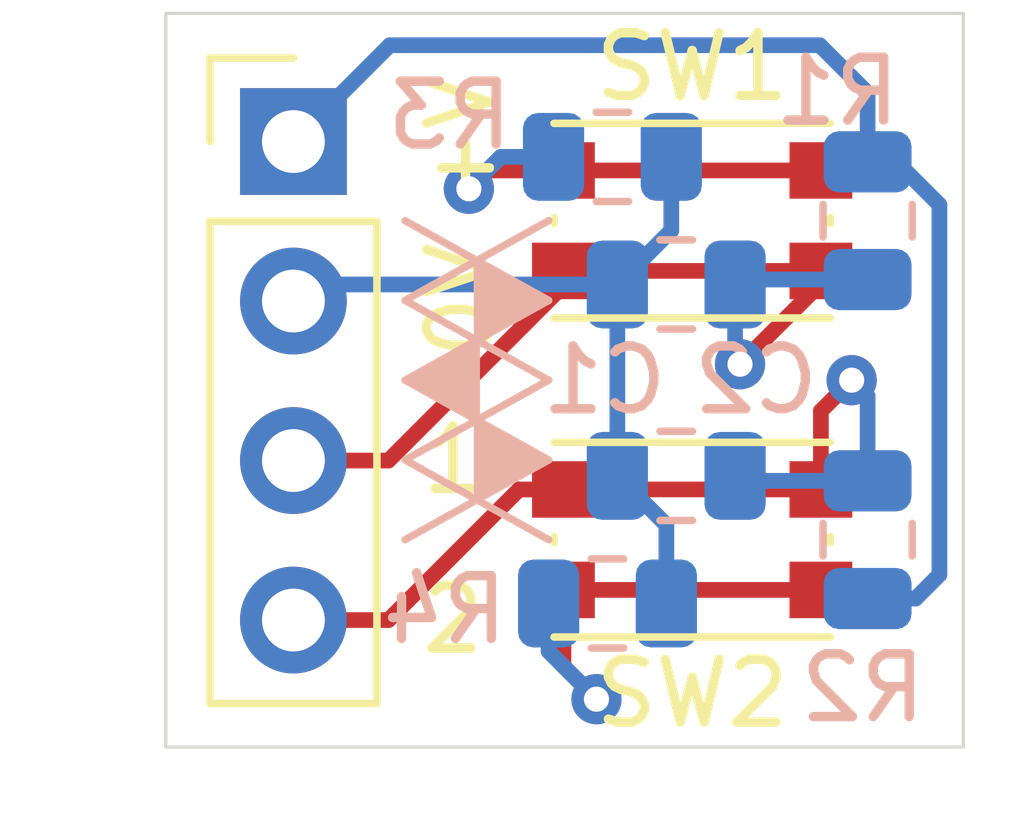
<source format=kicad_pcb>
(kicad_pcb (version 20171130) (host pcbnew "(5.1.2)-1")

  (general
    (thickness 1.6)
    (drawings 8)
    (tracks 52)
    (zones 0)
    (modules 10)
    (nets 7)
  )

  (page A4)
  (layers
    (0 F.Cu signal)
    (31 B.Cu signal)
    (32 B.Adhes user)
    (33 F.Adhes user)
    (34 B.Paste user)
    (35 F.Paste user)
    (36 B.SilkS user)
    (37 F.SilkS user)
    (38 B.Mask user)
    (39 F.Mask user)
    (40 Dwgs.User user)
    (41 Cmts.User user)
    (42 Eco1.User user)
    (43 Eco2.User user)
    (44 Edge.Cuts user)
    (45 Margin user)
    (46 B.CrtYd user)
    (47 F.CrtYd user)
    (48 B.Fab user)
    (49 F.Fab user)
  )

  (setup
    (last_trace_width 0.25)
    (trace_clearance 0.2)
    (zone_clearance 0.508)
    (zone_45_only no)
    (trace_min 0.2)
    (via_size 0.8)
    (via_drill 0.4)
    (via_min_size 0.4)
    (via_min_drill 0.3)
    (uvia_size 0.3)
    (uvia_drill 0.1)
    (uvias_allowed no)
    (uvia_min_size 0.2)
    (uvia_min_drill 0.1)
    (edge_width 0.05)
    (segment_width 0.2)
    (pcb_text_width 0.3)
    (pcb_text_size 1.5 1.5)
    (mod_edge_width 0.12)
    (mod_text_size 1 1)
    (mod_text_width 0.15)
    (pad_size 1.524 1.524)
    (pad_drill 0.762)
    (pad_to_mask_clearance 0.051)
    (solder_mask_min_width 0.25)
    (aux_axis_origin 0 0)
    (visible_elements 7FFFFFFF)
    (pcbplotparams
      (layerselection 0x010fc_ffffffff)
      (usegerberextensions false)
      (usegerberattributes false)
      (usegerberadvancedattributes false)
      (creategerberjobfile false)
      (excludeedgelayer true)
      (linewidth 0.100000)
      (plotframeref false)
      (viasonmask false)
      (mode 1)
      (useauxorigin false)
      (hpglpennumber 1)
      (hpglpenspeed 20)
      (hpglpendiameter 15.000000)
      (psnegative false)
      (psa4output false)
      (plotreference true)
      (plotvalue true)
      (plotinvisibletext false)
      (padsonsilk false)
      (subtractmaskfromsilk false)
      (outputformat 1)
      (mirror false)
      (drillshape 0)
      (scaleselection 1)
      (outputdirectory "gbr/"))
  )

  (net 0 "")
  (net 1 GND)
  (net 2 OUT1)
  (net 3 OUT2)
  (net 4 +V)
  (net 5 "Net-(R3-Pad1)")
  (net 6 "Net-(R4-Pad1)")

  (net_class Default "This is the default net class."
    (clearance 0.2)
    (trace_width 0.25)
    (via_dia 0.8)
    (via_drill 0.4)
    (uvia_dia 0.3)
    (uvia_drill 0.1)
    (add_net +V)
    (add_net GND)
    (add_net "Net-(R3-Pad1)")
    (add_net "Net-(R4-Pad1)")
    (add_net OUT1)
    (add_net OUT2)
  )

  (module Symbol:Logo_WM (layer B.Cu) (tedit 5EA02B73) (tstamp 5EA56ECA)
    (at 127.381 87.122 270)
    (fp_text reference REF** (at 0 2.286 270) (layer B.SilkS) hide
      (effects (font (size 1 1) (thickness 0.15)) (justify mirror))
    )
    (fp_text value Logo_WM (at 0 -2.032 270) (layer B.Fab)
      (effects (font (size 1 1) (thickness 0.15)) (justify mirror))
    )
    (fp_poly (pts (xy 0.635 0) (xy 1.905 0) (xy 1.27 -1.143)) (layer B.SilkS) (width 0.1))
    (fp_poly (pts (xy -0.635 0) (xy 0.635 0) (xy 0 1.143)) (layer B.SilkS) (width 0.1))
    (fp_poly (pts (xy -1.905 0) (xy -0.635 0) (xy -1.27 -1.143)) (layer B.SilkS) (width 0.1))
    (fp_line (start 1.905 0) (end 2.54 -1.143) (layer B.SilkS) (width 0.12))
    (fp_line (start 2.54 1.143) (end 1.905 0) (layer B.SilkS) (width 0.12))
    (fp_line (start -2.54 -1.143) (end -1.905 0) (layer B.SilkS) (width 0.12))
    (fp_line (start -1.905 0) (end -2.54 1.143) (layer B.SilkS) (width 0.12))
    (fp_line (start -0.635 0) (end -1.27 1.143) (layer B.SilkS) (width 0.12))
    (fp_line (start -1.905 0) (end -1.27 -1.143) (layer B.SilkS) (width 0.12))
    (fp_line (start -1.27 1.143) (end -1.905 0) (layer B.SilkS) (width 0.12))
    (fp_line (start -1.27 -1.143) (end -0.635 0) (layer B.SilkS) (width 0.12))
    (fp_line (start 1.27 1.143) (end 0.635 0) (layer B.SilkS) (width 0.12))
    (fp_line (start 0.635 0) (end 1.27 -1.143) (layer B.SilkS) (width 0.12))
    (fp_line (start 1.27 -1.143) (end 1.905 0) (layer B.SilkS) (width 0.12))
    (fp_line (start 1.905 0) (end 1.27 1.143) (layer B.SilkS) (width 0.12))
    (fp_line (start 0.635 0) (end 0 1.143) (layer B.SilkS) (width 0.12))
    (fp_line (start 0 -1.143) (end 0.635 0) (layer B.SilkS) (width 0.12))
    (fp_line (start -0.635 0) (end 0 -1.143) (layer B.SilkS) (width 0.12))
    (fp_line (start 0 1.143) (end -0.635 0) (layer B.SilkS) (width 0.12))
  )

  (module Button_Switch_SMD:SW_Push_1P1T_NO_CK_KMR2 (layer F.Cu) (tedit 5A02FC95) (tstamp 5EA543CD)
    (at 130.81 89.662 180)
    (descr "CK components KMR2 tactile switch http://www.ckswitches.com/media/1479/kmr2.pdf")
    (tags "tactile switch kmr2")
    (path /5EA647CB)
    (attr smd)
    (fp_text reference SW2 (at 0 -2.45) (layer F.SilkS)
      (effects (font (size 1 1) (thickness 0.15)))
    )
    (fp_text value SW_Push (at 0 2.55) (layer F.Fab)
      (effects (font (size 1 1) (thickness 0.15)))
    )
    (fp_line (start -2.2 0.05) (end -2.2 -0.05) (layer F.SilkS) (width 0.12))
    (fp_line (start 2.2 -1.55) (end -2.2 -1.55) (layer F.SilkS) (width 0.12))
    (fp_line (start -2.2 1.55) (end 2.2 1.55) (layer F.SilkS) (width 0.12))
    (fp_circle (center 0 0) (end 0 0.8) (layer F.Fab) (width 0.1))
    (fp_line (start -2.8 1.8) (end -2.8 -1.8) (layer F.CrtYd) (width 0.05))
    (fp_line (start 2.8 1.8) (end -2.8 1.8) (layer F.CrtYd) (width 0.05))
    (fp_line (start 2.8 -1.8) (end 2.8 1.8) (layer F.CrtYd) (width 0.05))
    (fp_line (start -2.8 -1.8) (end 2.8 -1.8) (layer F.CrtYd) (width 0.05))
    (fp_line (start 2.2 0.05) (end 2.2 -0.05) (layer F.SilkS) (width 0.12))
    (fp_line (start -2.1 1.4) (end -2.1 -1.4) (layer F.Fab) (width 0.1))
    (fp_line (start 2.1 1.4) (end -2.1 1.4) (layer F.Fab) (width 0.1))
    (fp_line (start 2.1 -1.4) (end 2.1 1.4) (layer F.Fab) (width 0.1))
    (fp_line (start -2.1 -1.4) (end 2.1 -1.4) (layer F.Fab) (width 0.1))
    (fp_text user %R (at 0 -2.45) (layer F.Fab)
      (effects (font (size 1 1) (thickness 0.15)))
    )
    (pad 2 smd rect (at 2.05 0.8 270) (size 0.9 1) (layers F.Cu F.Paste F.Mask)
      (net 3 OUT2))
    (pad 1 smd rect (at 2.05 -0.8 270) (size 0.9 1) (layers F.Cu F.Paste F.Mask)
      (net 6 "Net-(R4-Pad1)"))
    (pad 2 smd rect (at -2.05 0.8 270) (size 0.9 1) (layers F.Cu F.Paste F.Mask)
      (net 3 OUT2))
    (pad 1 smd rect (at -2.05 -0.8 270) (size 0.9 1) (layers F.Cu F.Paste F.Mask)
      (net 6 "Net-(R4-Pad1)"))
    (model ${KISYS3DMOD}/Button_Switch_SMD.3dshapes/SW_Push_1P1T_NO_CK_KMR2.wrl
      (at (xyz 0 0 0))
      (scale (xyz 1 1 1))
      (rotate (xyz 0 0 0))
    )
  )

  (module Button_Switch_SMD:SW_Push_1P1T_NO_CK_KMR2 (layer F.Cu) (tedit 5A02FC95) (tstamp 5EA543B7)
    (at 130.81 84.582)
    (descr "CK components KMR2 tactile switch http://www.ckswitches.com/media/1479/kmr2.pdf")
    (tags "tactile switch kmr2")
    (path /5EA5C755)
    (attr smd)
    (fp_text reference SW1 (at 0 -2.45) (layer F.SilkS)
      (effects (font (size 1 1) (thickness 0.15)))
    )
    (fp_text value SW_Push (at 0 2.55) (layer F.Fab)
      (effects (font (size 1 1) (thickness 0.15)))
    )
    (fp_line (start -2.2 0.05) (end -2.2 -0.05) (layer F.SilkS) (width 0.12))
    (fp_line (start 2.2 -1.55) (end -2.2 -1.55) (layer F.SilkS) (width 0.12))
    (fp_line (start -2.2 1.55) (end 2.2 1.55) (layer F.SilkS) (width 0.12))
    (fp_circle (center 0 0) (end 0 0.8) (layer F.Fab) (width 0.1))
    (fp_line (start -2.8 1.8) (end -2.8 -1.8) (layer F.CrtYd) (width 0.05))
    (fp_line (start 2.8 1.8) (end -2.8 1.8) (layer F.CrtYd) (width 0.05))
    (fp_line (start 2.8 -1.8) (end 2.8 1.8) (layer F.CrtYd) (width 0.05))
    (fp_line (start -2.8 -1.8) (end 2.8 -1.8) (layer F.CrtYd) (width 0.05))
    (fp_line (start 2.2 0.05) (end 2.2 -0.05) (layer F.SilkS) (width 0.12))
    (fp_line (start -2.1 1.4) (end -2.1 -1.4) (layer F.Fab) (width 0.1))
    (fp_line (start 2.1 1.4) (end -2.1 1.4) (layer F.Fab) (width 0.1))
    (fp_line (start 2.1 -1.4) (end 2.1 1.4) (layer F.Fab) (width 0.1))
    (fp_line (start -2.1 -1.4) (end 2.1 -1.4) (layer F.Fab) (width 0.1))
    (fp_text user %R (at 0 -2.45) (layer F.Fab)
      (effects (font (size 1 1) (thickness 0.15)))
    )
    (pad 2 smd rect (at 2.05 0.8 90) (size 0.9 1) (layers F.Cu F.Paste F.Mask)
      (net 2 OUT1))
    (pad 1 smd rect (at 2.05 -0.8 90) (size 0.9 1) (layers F.Cu F.Paste F.Mask)
      (net 5 "Net-(R3-Pad1)"))
    (pad 2 smd rect (at -2.05 0.8 90) (size 0.9 1) (layers F.Cu F.Paste F.Mask)
      (net 2 OUT1))
    (pad 1 smd rect (at -2.05 -0.8 90) (size 0.9 1) (layers F.Cu F.Paste F.Mask)
      (net 5 "Net-(R3-Pad1)"))
    (model ${KISYS3DMOD}/Button_Switch_SMD.3dshapes/SW_Push_1P1T_NO_CK_KMR2.wrl
      (at (xyz 0 0 0))
      (scale (xyz 1 1 1))
      (rotate (xyz 0 0 0))
    )
  )

  (module Resistor_SMD:R_0805_2012Metric (layer B.Cu) (tedit 5B36C52B) (tstamp 5EA543A1)
    (at 129.4615 90.678)
    (descr "Resistor SMD 0805 (2012 Metric), square (rectangular) end terminal, IPC_7351 nominal, (Body size source: https://docs.google.com/spreadsheets/d/1BsfQQcO9C6DZCsRaXUlFlo91Tg2WpOkGARC1WS5S8t0/edit?usp=sharing), generated with kicad-footprint-generator")
    (tags resistor)
    (path /5EA647DD)
    (attr smd)
    (fp_text reference R4 (at -2.5885 0.1016) (layer B.SilkS)
      (effects (font (size 1 1) (thickness 0.15)) (justify mirror))
    )
    (fp_text value 1kR (at 0 -1.65) (layer B.Fab)
      (effects (font (size 1 1) (thickness 0.15)) (justify mirror))
    )
    (fp_text user %R (at 0 0) (layer B.Fab)
      (effects (font (size 0.5 0.5) (thickness 0.08)) (justify mirror))
    )
    (fp_line (start 1.68 -0.95) (end -1.68 -0.95) (layer B.CrtYd) (width 0.05))
    (fp_line (start 1.68 0.95) (end 1.68 -0.95) (layer B.CrtYd) (width 0.05))
    (fp_line (start -1.68 0.95) (end 1.68 0.95) (layer B.CrtYd) (width 0.05))
    (fp_line (start -1.68 -0.95) (end -1.68 0.95) (layer B.CrtYd) (width 0.05))
    (fp_line (start -0.258578 -0.71) (end 0.258578 -0.71) (layer B.SilkS) (width 0.12))
    (fp_line (start -0.258578 0.71) (end 0.258578 0.71) (layer B.SilkS) (width 0.12))
    (fp_line (start 1 -0.6) (end -1 -0.6) (layer B.Fab) (width 0.1))
    (fp_line (start 1 0.6) (end 1 -0.6) (layer B.Fab) (width 0.1))
    (fp_line (start -1 0.6) (end 1 0.6) (layer B.Fab) (width 0.1))
    (fp_line (start -1 -0.6) (end -1 0.6) (layer B.Fab) (width 0.1))
    (pad 2 smd roundrect (at 0.9375 0) (size 0.975 1.4) (layers B.Cu B.Paste B.Mask) (roundrect_rratio 0.25)
      (net 1 GND))
    (pad 1 smd roundrect (at -0.9375 0) (size 0.975 1.4) (layers B.Cu B.Paste B.Mask) (roundrect_rratio 0.25)
      (net 6 "Net-(R4-Pad1)"))
    (model ${KISYS3DMOD}/Resistor_SMD.3dshapes/R_0805_2012Metric.wrl
      (at (xyz 0 0 0))
      (scale (xyz 1 1 1))
      (rotate (xyz 0 0 0))
    )
  )

  (module Resistor_SMD:R_0805_2012Metric (layer B.Cu) (tedit 5B36C52B) (tstamp 5EA54390)
    (at 129.54 83.566)
    (descr "Resistor SMD 0805 (2012 Metric), square (rectangular) end terminal, IPC_7351 nominal, (Body size source: https://docs.google.com/spreadsheets/d/1BsfQQcO9C6DZCsRaXUlFlo91Tg2WpOkGARC1WS5S8t0/edit?usp=sharing), generated with kicad-footprint-generator")
    (tags resistor)
    (path /5EA5DEB6)
    (attr smd)
    (fp_text reference R3 (at -2.5908 -0.6604) (layer B.SilkS)
      (effects (font (size 1 1) (thickness 0.15)) (justify mirror))
    )
    (fp_text value 1kR (at 0 -1.65) (layer B.Fab)
      (effects (font (size 1 1) (thickness 0.15)) (justify mirror))
    )
    (fp_text user %R (at 0 0) (layer B.Fab)
      (effects (font (size 0.5 0.5) (thickness 0.08)) (justify mirror))
    )
    (fp_line (start 1.68 -0.95) (end -1.68 -0.95) (layer B.CrtYd) (width 0.05))
    (fp_line (start 1.68 0.95) (end 1.68 -0.95) (layer B.CrtYd) (width 0.05))
    (fp_line (start -1.68 0.95) (end 1.68 0.95) (layer B.CrtYd) (width 0.05))
    (fp_line (start -1.68 -0.95) (end -1.68 0.95) (layer B.CrtYd) (width 0.05))
    (fp_line (start -0.258578 -0.71) (end 0.258578 -0.71) (layer B.SilkS) (width 0.12))
    (fp_line (start -0.258578 0.71) (end 0.258578 0.71) (layer B.SilkS) (width 0.12))
    (fp_line (start 1 -0.6) (end -1 -0.6) (layer B.Fab) (width 0.1))
    (fp_line (start 1 0.6) (end 1 -0.6) (layer B.Fab) (width 0.1))
    (fp_line (start -1 0.6) (end 1 0.6) (layer B.Fab) (width 0.1))
    (fp_line (start -1 -0.6) (end -1 0.6) (layer B.Fab) (width 0.1))
    (pad 2 smd roundrect (at 0.9375 0) (size 0.975 1.4) (layers B.Cu B.Paste B.Mask) (roundrect_rratio 0.25)
      (net 1 GND))
    (pad 1 smd roundrect (at -0.9375 0) (size 0.975 1.4) (layers B.Cu B.Paste B.Mask) (roundrect_rratio 0.25)
      (net 5 "Net-(R3-Pad1)"))
    (model ${KISYS3DMOD}/Resistor_SMD.3dshapes/R_0805_2012Metric.wrl
      (at (xyz 0 0 0))
      (scale (xyz 1 1 1))
      (rotate (xyz 0 0 0))
    )
  )

  (module Resistor_SMD:R_0805_2012Metric (layer B.Cu) (tedit 5B36C52B) (tstamp 5EA5437F)
    (at 133.604 89.662 90)
    (descr "Resistor SMD 0805 (2012 Metric), square (rectangular) end terminal, IPC_7351 nominal, (Body size source: https://docs.google.com/spreadsheets/d/1BsfQQcO9C6DZCsRaXUlFlo91Tg2WpOkGARC1WS5S8t0/edit?usp=sharing), generated with kicad-footprint-generator")
    (tags resistor)
    (path /5EA647D1)
    (attr smd)
    (fp_text reference R2 (at -2.3622 -0.0762 180) (layer B.SilkS)
      (effects (font (size 1 1) (thickness 0.15)) (justify mirror))
    )
    (fp_text value 10kR (at 0 -1.65 90) (layer B.Fab)
      (effects (font (size 1 1) (thickness 0.15)) (justify mirror))
    )
    (fp_text user %R (at 0 0 90) (layer B.Fab)
      (effects (font (size 0.5 0.5) (thickness 0.08)) (justify mirror))
    )
    (fp_line (start 1.68 -0.95) (end -1.68 -0.95) (layer B.CrtYd) (width 0.05))
    (fp_line (start 1.68 0.95) (end 1.68 -0.95) (layer B.CrtYd) (width 0.05))
    (fp_line (start -1.68 0.95) (end 1.68 0.95) (layer B.CrtYd) (width 0.05))
    (fp_line (start -1.68 -0.95) (end -1.68 0.95) (layer B.CrtYd) (width 0.05))
    (fp_line (start -0.258578 -0.71) (end 0.258578 -0.71) (layer B.SilkS) (width 0.12))
    (fp_line (start -0.258578 0.71) (end 0.258578 0.71) (layer B.SilkS) (width 0.12))
    (fp_line (start 1 -0.6) (end -1 -0.6) (layer B.Fab) (width 0.1))
    (fp_line (start 1 0.6) (end 1 -0.6) (layer B.Fab) (width 0.1))
    (fp_line (start -1 0.6) (end 1 0.6) (layer B.Fab) (width 0.1))
    (fp_line (start -1 -0.6) (end -1 0.6) (layer B.Fab) (width 0.1))
    (pad 2 smd roundrect (at 0.9375 0 90) (size 0.975 1.4) (layers B.Cu B.Paste B.Mask) (roundrect_rratio 0.25)
      (net 3 OUT2))
    (pad 1 smd roundrect (at -0.9375 0 90) (size 0.975 1.4) (layers B.Cu B.Paste B.Mask) (roundrect_rratio 0.25)
      (net 4 +V))
    (model ${KISYS3DMOD}/Resistor_SMD.3dshapes/R_0805_2012Metric.wrl
      (at (xyz 0 0 0))
      (scale (xyz 1 1 1))
      (rotate (xyz 0 0 0))
    )
  )

  (module Resistor_SMD:R_0805_2012Metric (layer B.Cu) (tedit 5B36C52B) (tstamp 5EA5436E)
    (at 133.604 84.582 270)
    (descr "Resistor SMD 0805 (2012 Metric), square (rectangular) end terminal, IPC_7351 nominal, (Body size source: https://docs.google.com/spreadsheets/d/1BsfQQcO9C6DZCsRaXUlFlo91Tg2WpOkGARC1WS5S8t0/edit?usp=sharing), generated with kicad-footprint-generator")
    (tags resistor)
    (path /5EA5D158)
    (attr smd)
    (fp_text reference R1 (at -2.0574 0.4826 180) (layer B.SilkS)
      (effects (font (size 1 1) (thickness 0.15)) (justify mirror))
    )
    (fp_text value 10kR (at 0 -1.65 90) (layer B.Fab)
      (effects (font (size 1 1) (thickness 0.15)) (justify mirror))
    )
    (fp_text user %R (at 0 0 90) (layer B.Fab)
      (effects (font (size 0.5 0.5) (thickness 0.08)) (justify mirror))
    )
    (fp_line (start 1.68 -0.95) (end -1.68 -0.95) (layer B.CrtYd) (width 0.05))
    (fp_line (start 1.68 0.95) (end 1.68 -0.95) (layer B.CrtYd) (width 0.05))
    (fp_line (start -1.68 0.95) (end 1.68 0.95) (layer B.CrtYd) (width 0.05))
    (fp_line (start -1.68 -0.95) (end -1.68 0.95) (layer B.CrtYd) (width 0.05))
    (fp_line (start -0.258578 -0.71) (end 0.258578 -0.71) (layer B.SilkS) (width 0.12))
    (fp_line (start -0.258578 0.71) (end 0.258578 0.71) (layer B.SilkS) (width 0.12))
    (fp_line (start 1 -0.6) (end -1 -0.6) (layer B.Fab) (width 0.1))
    (fp_line (start 1 0.6) (end 1 -0.6) (layer B.Fab) (width 0.1))
    (fp_line (start -1 0.6) (end 1 0.6) (layer B.Fab) (width 0.1))
    (fp_line (start -1 -0.6) (end -1 0.6) (layer B.Fab) (width 0.1))
    (pad 2 smd roundrect (at 0.9375 0 270) (size 0.975 1.4) (layers B.Cu B.Paste B.Mask) (roundrect_rratio 0.25)
      (net 2 OUT1))
    (pad 1 smd roundrect (at -0.9375 0 270) (size 0.975 1.4) (layers B.Cu B.Paste B.Mask) (roundrect_rratio 0.25)
      (net 4 +V))
    (model ${KISYS3DMOD}/Resistor_SMD.3dshapes/R_0805_2012Metric.wrl
      (at (xyz 0 0 0))
      (scale (xyz 1 1 1))
      (rotate (xyz 0 0 0))
    )
  )

  (module Connector_PinHeader_2.54mm:PinHeader_1x04_P2.54mm_Vertical (layer F.Cu) (tedit 59FED5CC) (tstamp 5EA5435D)
    (at 124.46 83.322)
    (descr "Through hole straight pin header, 1x04, 2.54mm pitch, single row")
    (tags "Through hole pin header THT 1x04 2.54mm single row")
    (path /5EA5BED2)
    (fp_text reference J1 (at 0 -2.33) (layer F.SilkS) hide
      (effects (font (size 1 1) (thickness 0.15)))
    )
    (fp_text value Conn_01x04 (at 0 9.95) (layer F.Fab)
      (effects (font (size 1 1) (thickness 0.15)))
    )
    (fp_text user %R (at 0 3.81 90) (layer F.Fab)
      (effects (font (size 1 1) (thickness 0.15)))
    )
    (fp_line (start 1.8 -1.8) (end -1.8 -1.8) (layer F.CrtYd) (width 0.05))
    (fp_line (start 1.8 9.4) (end 1.8 -1.8) (layer F.CrtYd) (width 0.05))
    (fp_line (start -1.8 9.4) (end 1.8 9.4) (layer F.CrtYd) (width 0.05))
    (fp_line (start -1.8 -1.8) (end -1.8 9.4) (layer F.CrtYd) (width 0.05))
    (fp_line (start -1.33 -1.33) (end 0 -1.33) (layer F.SilkS) (width 0.12))
    (fp_line (start -1.33 0) (end -1.33 -1.33) (layer F.SilkS) (width 0.12))
    (fp_line (start -1.33 1.27) (end 1.33 1.27) (layer F.SilkS) (width 0.12))
    (fp_line (start 1.33 1.27) (end 1.33 8.95) (layer F.SilkS) (width 0.12))
    (fp_line (start -1.33 1.27) (end -1.33 8.95) (layer F.SilkS) (width 0.12))
    (fp_line (start -1.33 8.95) (end 1.33 8.95) (layer F.SilkS) (width 0.12))
    (fp_line (start -1.27 -0.635) (end -0.635 -1.27) (layer F.Fab) (width 0.1))
    (fp_line (start -1.27 8.89) (end -1.27 -0.635) (layer F.Fab) (width 0.1))
    (fp_line (start 1.27 8.89) (end -1.27 8.89) (layer F.Fab) (width 0.1))
    (fp_line (start 1.27 -1.27) (end 1.27 8.89) (layer F.Fab) (width 0.1))
    (fp_line (start -0.635 -1.27) (end 1.27 -1.27) (layer F.Fab) (width 0.1))
    (pad 4 thru_hole oval (at 0 7.62) (size 1.7 1.7) (drill 1) (layers *.Cu *.Mask)
      (net 3 OUT2))
    (pad 3 thru_hole oval (at 0 5.08) (size 1.7 1.7) (drill 1) (layers *.Cu *.Mask)
      (net 2 OUT1))
    (pad 2 thru_hole oval (at 0 2.54) (size 1.7 1.7) (drill 1) (layers *.Cu *.Mask)
      (net 1 GND))
    (pad 1 thru_hole rect (at 0 0) (size 1.7 1.7) (drill 1) (layers *.Cu *.Mask)
      (net 4 +V))
    (model ${KISYS3DMOD}/Connector_PinHeader_2.54mm.3dshapes/PinHeader_1x04_P2.54mm_Vertical.wrl
      (at (xyz 0 0 0))
      (scale (xyz 1 1 1))
      (rotate (xyz 0 0 0))
    )
  )

  (module Capacitor_SMD:C_0805_2012Metric (layer B.Cu) (tedit 5B36C52B) (tstamp 5EA54345)
    (at 130.556 88.646 180)
    (descr "Capacitor SMD 0805 (2012 Metric), square (rectangular) end terminal, IPC_7351 nominal, (Body size source: https://docs.google.com/spreadsheets/d/1BsfQQcO9C6DZCsRaXUlFlo91Tg2WpOkGARC1WS5S8t0/edit?usp=sharing), generated with kicad-footprint-generator")
    (tags capacitor)
    (path /5EA647D7)
    (attr smd)
    (fp_text reference C2 (at -1.27 1.524) (layer B.SilkS)
      (effects (font (size 1 1) (thickness 0.15)) (justify mirror))
    )
    (fp_text value 1pF (at 0 -1.65) (layer B.Fab)
      (effects (font (size 1 1) (thickness 0.15)) (justify mirror))
    )
    (fp_text user %R (at 0 0) (layer B.Fab)
      (effects (font (size 0.5 0.5) (thickness 0.08)) (justify mirror))
    )
    (fp_line (start 1.68 -0.95) (end -1.68 -0.95) (layer B.CrtYd) (width 0.05))
    (fp_line (start 1.68 0.95) (end 1.68 -0.95) (layer B.CrtYd) (width 0.05))
    (fp_line (start -1.68 0.95) (end 1.68 0.95) (layer B.CrtYd) (width 0.05))
    (fp_line (start -1.68 -0.95) (end -1.68 0.95) (layer B.CrtYd) (width 0.05))
    (fp_line (start -0.258578 -0.71) (end 0.258578 -0.71) (layer B.SilkS) (width 0.12))
    (fp_line (start -0.258578 0.71) (end 0.258578 0.71) (layer B.SilkS) (width 0.12))
    (fp_line (start 1 -0.6) (end -1 -0.6) (layer B.Fab) (width 0.1))
    (fp_line (start 1 0.6) (end 1 -0.6) (layer B.Fab) (width 0.1))
    (fp_line (start -1 0.6) (end 1 0.6) (layer B.Fab) (width 0.1))
    (fp_line (start -1 -0.6) (end -1 0.6) (layer B.Fab) (width 0.1))
    (pad 2 smd roundrect (at 0.9375 0 180) (size 0.975 1.4) (layers B.Cu B.Paste B.Mask) (roundrect_rratio 0.25)
      (net 1 GND))
    (pad 1 smd roundrect (at -0.9375 0 180) (size 0.975 1.4) (layers B.Cu B.Paste B.Mask) (roundrect_rratio 0.25)
      (net 3 OUT2))
    (model ${KISYS3DMOD}/Capacitor_SMD.3dshapes/C_0805_2012Metric.wrl
      (at (xyz 0 0 0))
      (scale (xyz 1 1 1))
      (rotate (xyz 0 0 0))
    )
  )

  (module Capacitor_SMD:C_0805_2012Metric (layer B.Cu) (tedit 5B36C52B) (tstamp 5EA54334)
    (at 130.556 85.598 180)
    (descr "Capacitor SMD 0805 (2012 Metric), square (rectangular) end terminal, IPC_7351 nominal, (Body size source: https://docs.google.com/spreadsheets/d/1BsfQQcO9C6DZCsRaXUlFlo91Tg2WpOkGARC1WS5S8t0/edit?usp=sharing), generated with kicad-footprint-generator")
    (tags capacitor)
    (path /5EA5D65D)
    (attr smd)
    (fp_text reference C1 (at 1.143 -1.524) (layer B.SilkS)
      (effects (font (size 1 1) (thickness 0.15)) (justify mirror))
    )
    (fp_text value 1pF (at 0 -1.65) (layer B.Fab)
      (effects (font (size 1 1) (thickness 0.15)) (justify mirror))
    )
    (fp_text user %R (at 0 0) (layer B.Fab)
      (effects (font (size 0.5 0.5) (thickness 0.08)) (justify mirror))
    )
    (fp_line (start 1.68 -0.95) (end -1.68 -0.95) (layer B.CrtYd) (width 0.05))
    (fp_line (start 1.68 0.95) (end 1.68 -0.95) (layer B.CrtYd) (width 0.05))
    (fp_line (start -1.68 0.95) (end 1.68 0.95) (layer B.CrtYd) (width 0.05))
    (fp_line (start -1.68 -0.95) (end -1.68 0.95) (layer B.CrtYd) (width 0.05))
    (fp_line (start -0.258578 -0.71) (end 0.258578 -0.71) (layer B.SilkS) (width 0.12))
    (fp_line (start -0.258578 0.71) (end 0.258578 0.71) (layer B.SilkS) (width 0.12))
    (fp_line (start 1 -0.6) (end -1 -0.6) (layer B.Fab) (width 0.1))
    (fp_line (start 1 0.6) (end 1 -0.6) (layer B.Fab) (width 0.1))
    (fp_line (start -1 0.6) (end 1 0.6) (layer B.Fab) (width 0.1))
    (fp_line (start -1 -0.6) (end -1 0.6) (layer B.Fab) (width 0.1))
    (pad 2 smd roundrect (at 0.9375 0 180) (size 0.975 1.4) (layers B.Cu B.Paste B.Mask) (roundrect_rratio 0.25)
      (net 1 GND))
    (pad 1 smd roundrect (at -0.9375 0 180) (size 0.975 1.4) (layers B.Cu B.Paste B.Mask) (roundrect_rratio 0.25)
      (net 2 OUT1))
    (model ${KISYS3DMOD}/Capacitor_SMD.3dshapes/C_0805_2012Metric.wrl
      (at (xyz 0 0 0))
      (scale (xyz 1 1 1))
      (rotate (xyz 0 0 0))
    )
  )

  (gr_text 2 (at 127 90.932) (layer F.SilkS)
    (effects (font (size 1 1) (thickness 0.15)))
  )
  (gr_text 1 (at 127 88.392) (layer F.SilkS)
    (effects (font (size 1 1) (thickness 0.15)))
  )
  (gr_text 0V (at 127.127 85.852 90) (layer F.SilkS)
    (effects (font (size 1 1) (thickness 0.15)))
  )
  (gr_text +V (at 127.127 83.312 90) (layer F.SilkS)
    (effects (font (size 1 1) (thickness 0.15)))
  )
  (gr_line (start 122.428 92.964) (end 122.428 81.28) (layer Edge.Cuts) (width 0.05) (tstamp 5EA545AC))
  (gr_line (start 135.128 92.964) (end 122.428 92.964) (layer Edge.Cuts) (width 0.05))
  (gr_line (start 135.128 81.28) (end 135.128 92.964) (layer Edge.Cuts) (width 0.05))
  (gr_line (start 122.428 81.28) (end 135.128 81.28) (layer Edge.Cuts) (width 0.05))

  (segment (start 130.4775 84.739) (end 129.6185 85.598) (width 0.25) (layer B.Cu) (net 1))
  (segment (start 130.4775 83.566) (end 130.4775 84.739) (width 0.25) (layer B.Cu) (net 1))
  (segment (start 124.724 85.598) (end 124.46 85.862) (width 0.25) (layer B.Cu) (net 1))
  (segment (start 129.6185 85.598) (end 124.724 85.598) (width 0.25) (layer B.Cu) (net 1))
  (segment (start 130.399 89.4265) (end 129.6185 88.646) (width 0.25) (layer B.Cu) (net 1))
  (segment (start 130.399 90.678) (end 130.399 89.4265) (width 0.25) (layer B.Cu) (net 1))
  (segment (start 129.6185 88.646) (end 129.6185 85.598) (width 0.25) (layer B.Cu) (net 1))
  (segment (start 131.572 85.5195) (end 131.4935 85.598) (width 0.25) (layer B.Cu) (net 2))
  (segment (start 133.604 85.5195) (end 131.572 85.5195) (width 0.25) (layer B.Cu) (net 2))
  (segment (start 125.974 88.402) (end 124.46 88.402) (width 0.25) (layer F.Cu) (net 2))
  (via (at 131.572 86.868) (size 0.8) (drill 0.4) (layers F.Cu B.Cu) (net 2))
  (segment (start 132.86 85.382) (end 132.86 85.58) (width 0.25) (layer F.Cu) (net 2))
  (segment (start 132.86 85.58) (end 131.572 86.868) (width 0.25) (layer F.Cu) (net 2))
  (segment (start 131.4935 86.7895) (end 131.4935 85.598) (width 0.25) (layer B.Cu) (net 2))
  (segment (start 131.572 86.868) (end 131.4935 86.7895) (width 0.25) (layer B.Cu) (net 2))
  (segment (start 132.86 85.382) (end 128.76 85.382) (width 0.25) (layer F.Cu) (net 2))
  (segment (start 128.76 85.616) (end 125.974 88.402) (width 0.25) (layer F.Cu) (net 2))
  (segment (start 128.76 85.382) (end 128.76 85.616) (width 0.25) (layer F.Cu) (net 2))
  (segment (start 131.572 88.7245) (end 131.4935 88.646) (width 0.25) (layer B.Cu) (net 3))
  (segment (start 133.604 88.7245) (end 131.572 88.7245) (width 0.25) (layer B.Cu) (net 3))
  (segment (start 125.974 90.942) (end 124.46 90.942) (width 0.25) (layer F.Cu) (net 3))
  (via (at 133.35 87.122) (size 0.8) (drill 0.4) (layers F.Cu B.Cu) (net 3))
  (segment (start 132.86 88.862) (end 132.86 87.612) (width 0.25) (layer F.Cu) (net 3))
  (segment (start 132.86 87.612) (end 133.35 87.122) (width 0.25) (layer F.Cu) (net 3))
  (segment (start 133.604 87.376) (end 133.604 88.7245) (width 0.25) (layer B.Cu) (net 3))
  (segment (start 133.35 87.122) (end 133.604 87.376) (width 0.25) (layer B.Cu) (net 3))
  (segment (start 132.86 88.862) (end 128.76 88.862) (width 0.25) (layer F.Cu) (net 3))
  (segment (start 128.054 88.862) (end 125.974 90.942) (width 0.25) (layer F.Cu) (net 3))
  (segment (start 128.76 88.862) (end 128.054 88.862) (width 0.25) (layer F.Cu) (net 3))
  (segment (start 133.604 83.6445) (end 133.604 82.55) (width 0.25) (layer B.Cu) (net 4))
  (segment (start 133.604 82.55) (end 132.842 81.788) (width 0.25) (layer B.Cu) (net 4))
  (segment (start 125.994 81.788) (end 124.46 83.322) (width 0.25) (layer B.Cu) (net 4))
  (segment (start 132.842 81.788) (end 125.994 81.788) (width 0.25) (layer B.Cu) (net 4))
  (segment (start 133.604 90.5995) (end 134.3683 90.5995) (width 0.25) (layer B.Cu) (net 4))
  (segment (start 134.3683 90.5995) (end 134.747 90.2208) (width 0.25) (layer B.Cu) (net 4))
  (segment (start 134.747 90.2208) (end 134.747 84.328) (width 0.25) (layer B.Cu) (net 4))
  (segment (start 134.0635 83.6445) (end 133.604 83.6445) (width 0.25) (layer B.Cu) (net 4))
  (segment (start 134.747 84.328) (end 134.0635 83.6445) (width 0.25) (layer B.Cu) (net 4))
  (segment (start 128.6025 83.566) (end 128.6025 83.2335) (width 0.25) (layer B.Cu) (net 5))
  (via (at 127.254 84.074) (size 0.8) (drill 0.4) (layers F.Cu B.Cu) (net 5))
  (segment (start 128.6025 83.566) (end 127.762 83.566) (width 0.25) (layer B.Cu) (net 5))
  (segment (start 127.762 83.566) (end 127.254 84.074) (width 0.25) (layer B.Cu) (net 5))
  (segment (start 128.76 83.782) (end 132.86 83.782) (width 0.25) (layer F.Cu) (net 5))
  (segment (start 127.546 83.782) (end 127.254 84.074) (width 0.25) (layer F.Cu) (net 5))
  (segment (start 128.76 83.782) (end 127.546 83.782) (width 0.25) (layer F.Cu) (net 5))
  (segment (start 128.524 90.678) (end 128.524 90.932) (width 0.25) (layer B.Cu) (net 6))
  (via (at 129.286 92.202) (size 0.8) (drill 0.4) (layers F.Cu B.Cu) (net 6))
  (segment (start 128.524 90.678) (end 128.524 91.44) (width 0.25) (layer B.Cu) (net 6))
  (segment (start 128.524 91.44) (end 129.286 92.202) (width 0.25) (layer B.Cu) (net 6))
  (segment (start 128.76 91.676) (end 128.76 90.462) (width 0.25) (layer F.Cu) (net 6))
  (segment (start 129.286 92.202) (end 128.76 91.676) (width 0.25) (layer F.Cu) (net 6))
  (segment (start 128.76 90.462) (end 132.86 90.462) (width 0.25) (layer F.Cu) (net 6))

)

</source>
